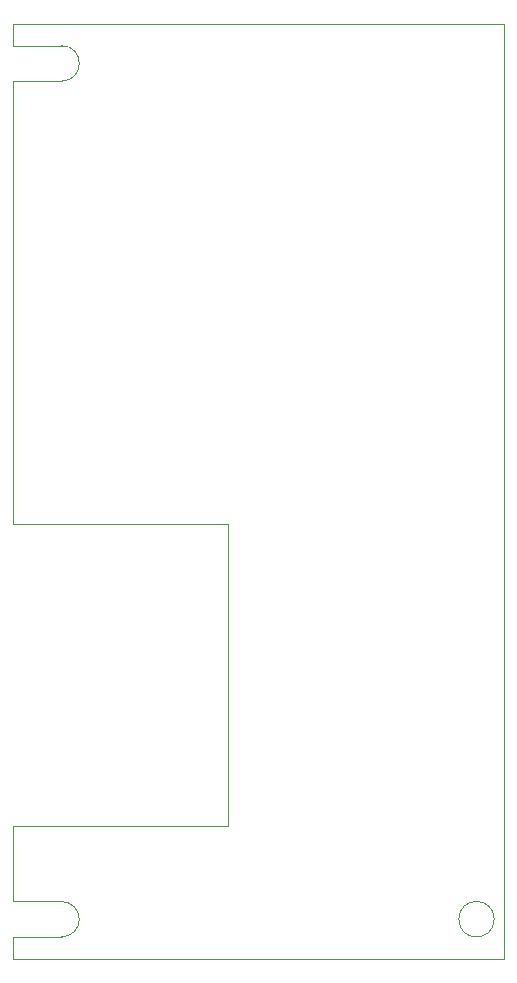
<source format=gbr>
%TF.GenerationSoftware,KiCad,Pcbnew,7.0.10*%
%TF.CreationDate,2025-01-07T15:59:30-07:00*%
%TF.ProjectId,HATA_ver_8.3.1,48415441-5f76-4657-925f-382e332e312e,8.3.1*%
%TF.SameCoordinates,Original*%
%TF.FileFunction,Profile,NP*%
%FSLAX46Y46*%
G04 Gerber Fmt 4.6, Leading zero omitted, Abs format (unit mm)*
G04 Created by KiCad (PCBNEW 7.0.10) date 2025-01-07 15:59:30*
%MOMM*%
%LPD*%
G01*
G04 APERTURE LIST*
%TA.AperFunction,Profile*%
%ADD10C,0.100000*%
%TD*%
G04 APERTURE END LIST*
D10*
X200000000Y-179200000D02*
X200000000Y-177340000D01*
X204129868Y-104869966D02*
G75*
G03*
X204120000Y-101870000I-10168J1499966D01*
G01*
X218220000Y-142410000D02*
X218220000Y-167910000D01*
X240750000Y-175830000D02*
G75*
G03*
X237750000Y-175830000I-1500000J0D01*
G01*
X237750000Y-175830000D02*
G75*
G03*
X240750000Y-175830000I1500000J0D01*
G01*
X200000000Y-142410000D02*
X218220000Y-142410000D01*
X204120000Y-177330034D02*
G75*
G03*
X204110000Y-174330001I200J1500034D01*
G01*
X204120000Y-174330000D02*
X200000000Y-174330000D01*
X204130000Y-101870000D02*
X200000000Y-101870000D01*
X204129868Y-104869968D02*
X200000000Y-104870000D01*
X241580000Y-100000000D02*
X241580000Y-179200000D01*
X241580000Y-100000000D02*
X200000000Y-100000000D01*
X204120000Y-177330033D02*
X200000000Y-177340000D01*
X200000000Y-179200000D02*
X241580000Y-179200000D01*
X218220000Y-167910000D02*
X200000000Y-167910000D01*
X200000000Y-104870000D02*
X200000000Y-142410000D01*
X200000000Y-167910000D02*
X200000000Y-174330000D01*
X200000000Y-100000000D02*
X200000000Y-101870000D01*
M02*

</source>
